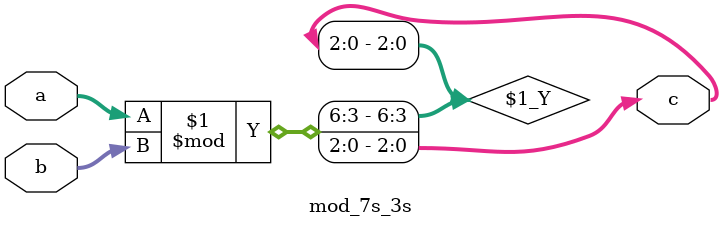
<source format=v>
module mod_7s_3s(a, b, c);
  input signed [6:0] a;
  input signed [2:0] b;
  output signed [2:0] c;

  assign c = a % b;

endmodule

</source>
